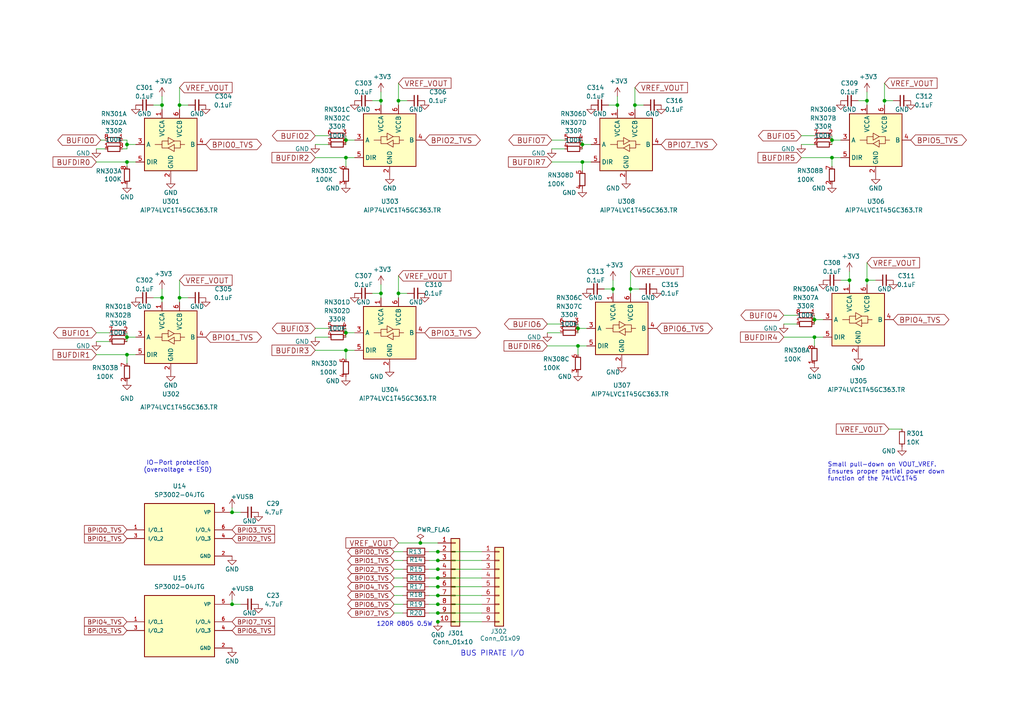
<source format=kicad_sch>
(kicad_sch (version 20231120) (generator "eeschema") (generator_version "8.0")
  (paper "A4")
  (junction (at 167.64 100.33))
  (junction (at 251.46 81.28))
  (junction (at 100.33 40.64))
  (junction (at 67.31 175.26))
  (junction (at 52.07 30.48))
  (junction (at 115.57 29.21))
  (junction (at 36.83 41.91))
  (junction (at 127 167.64))
  (junction (at 52.07 86.36))
  (junction (at 115.57 85.09))
  (junction (at 246.38 81.28))
  (junction (at 127 172.72))
  (junction (at 46.99 30.48))
  (junction (at 127 177.8))
  (junction (at 36.83 46.99))
  (junction (at 127 160.02))
  (junction (at 100.33 96.52))
  (junction (at 127 162.56))
  (junction (at 168.91 41.91))
  (junction (at 241.3 40.64))
  (junction (at 127 180.34))
  (junction (at 36.83 102.87))
  (junction (at 236.22 97.79))
  (junction (at 179.07 30.48))
  (junction (at 182.88 83.82))
  (junction (at 127 170.18))
  (junction (at 168.91 46.99))
  (junction (at 36.83 97.79))
  (junction (at 110.49 85.09))
  (junction (at 241.3 45.72))
  (junction (at 167.64 95.25))
  (junction (at 110.49 29.21))
  (junction (at 184.15 30.48))
  (junction (at 67.31 148.59))
  (junction (at 121.92 157.48))
  (junction (at 236.22 92.71))
  (junction (at 256.54 29.21))
  (junction (at 100.33 101.6))
  (junction (at 46.99 86.36))
  (junction (at 177.8 83.82))
  (junction (at 251.46 29.21))
  (junction (at 127 175.26))
  (junction (at 127 165.1))
  (junction (at 100.33 45.72))
  (wire (pts (xy 236.22 41.91) (xy 232.41 41.91)))
  (wire (pts (xy 110.49 30.48) (xy 110.49 29.21)))
  (wire (pts (xy 259.08 29.21) (xy 256.54 29.21)))
  (wire (pts (xy 127 177.8) (xy 139.7 177.8)))
  (wire (pts (xy 39.37 97.79) (xy 36.83 97.79)))
  (wire (pts (xy 114.3 177.8) (xy 116.84 177.8)))
  (wire (pts (xy 52.07 81.28) (xy 52.07 86.36)))
  (wire (pts (xy 139.7 160.02) (xy 127 160.02)))
  (wire (pts (xy 36.83 102.87) (xy 27.94 102.87)))
  (wire (pts (xy 241.3 45.72) (xy 241.3 48.26)))
  (wire (pts (xy 176.53 30.48) (xy 179.07 30.48)))
  (wire (pts (xy 36.83 99.06) (xy 36.83 97.79)))
  (wire (pts (xy 170.18 100.33) (xy 167.64 100.33)))
  (wire (pts (xy 236.22 92.71) (xy 236.22 91.44)))
  (wire (pts (xy 163.83 40.64) (xy 160.02 40.64)))
  (wire (pts (xy 124.46 170.18) (xy 127 170.18)))
  (wire (pts (xy 162.56 96.52) (xy 158.75 96.52)))
  (wire (pts (xy 100.33 45.72) (xy 100.33 48.26)))
  (wire (pts (xy 100.33 45.72) (xy 91.44 45.72)))
  (wire (pts (xy 238.76 97.79) (xy 236.22 97.79)))
  (wire (pts (xy 127 172.72) (xy 139.7 172.72)))
  (wire (pts (xy 69.85 175.26) (xy 67.31 175.26)))
  (wire (pts (xy 52.07 31.75) (xy 52.07 30.48)))
  (wire (pts (xy 243.84 81.28) (xy 246.38 81.28)))
  (wire (pts (xy 168.91 46.99) (xy 168.91 49.53)))
  (wire (pts (xy 110.49 29.21) (xy 110.49 26.67)))
  (wire (pts (xy 167.64 100.33) (xy 167.64 102.87)))
  (wire (pts (xy 54.61 30.48) (xy 52.07 30.48)))
  (wire (pts (xy 177.8 83.82) (xy 177.8 81.28)))
  (wire (pts (xy 46.99 31.75) (xy 46.99 30.48)))
  (wire (pts (xy 95.25 95.25) (xy 91.44 95.25)))
  (wire (pts (xy 36.83 97.79) (xy 36.83 96.52)))
  (wire (pts (xy 241.3 41.91) (xy 241.3 40.64)))
  (wire (pts (xy 168.91 46.99) (xy 160.02 46.99)))
  (wire (pts (xy 236.22 39.37) (xy 232.41 39.37)))
  (wire (pts (xy 118.11 85.09) (xy 115.57 85.09)))
  (wire (pts (xy 236.22 93.98) (xy 236.22 92.71)))
  (wire (pts (xy 171.45 46.99) (xy 168.91 46.99)))
  (wire (pts (xy 170.18 95.25) (xy 167.64 95.25)))
  (wire (pts (xy 124.46 167.64) (xy 127 167.64)))
  (wire (pts (xy 36.83 48.26) (xy 36.83 46.99)))
  (wire (pts (xy 114.3 175.26) (xy 116.84 175.26)))
  (wire (pts (xy 115.57 86.36) (xy 115.57 85.09)))
  (wire (pts (xy 175.26 83.82) (xy 177.8 83.82)))
  (wire (pts (xy 114.3 172.72) (xy 116.84 172.72)))
  (wire (pts (xy 114.3 170.18) (xy 116.84 170.18)))
  (wire (pts (xy 231.14 91.44) (xy 227.33 91.44)))
  (wire (pts (xy 67.31 147.32) (xy 67.31 148.59)))
  (wire (pts (xy 54.61 86.36) (xy 52.07 86.36)))
  (wire (pts (xy 115.57 30.48) (xy 115.57 29.21)))
  (wire (pts (xy 246.38 81.28) (xy 246.38 78.74)))
  (wire (pts (xy 115.57 80.01) (xy 115.57 85.09)))
  (wire (pts (xy 124.46 177.8) (xy 127 177.8)))
  (wire (pts (xy 179.07 30.48) (xy 179.07 27.94)))
  (wire (pts (xy 44.45 30.48) (xy 46.99 30.48)))
  (wire (pts (xy 162.56 93.98) (xy 158.75 93.98)))
  (wire (pts (xy 36.83 43.18) (xy 35.56 43.18)))
  (wire (pts (xy 243.84 40.64) (xy 241.3 40.64)))
  (wire (pts (xy 124.46 172.72) (xy 127 172.72)))
  (wire (pts (xy 100.33 101.6) (xy 91.44 101.6)))
  (wire (pts (xy 31.75 96.52) (xy 27.94 96.52)))
  (wire (pts (xy 243.84 45.72) (xy 241.3 45.72)))
  (wire (pts (xy 257.81 124.46) (xy 261.62 124.46)))
  (wire (pts (xy 102.87 40.64) (xy 100.33 40.64)))
  (wire (pts (xy 46.99 87.63) (xy 46.99 86.36)))
  (wire (pts (xy 39.37 102.87) (xy 36.83 102.87)))
  (wire (pts (xy 177.8 85.09) (xy 177.8 83.82)))
  (wire (pts (xy 118.11 29.21) (xy 115.57 29.21)))
  (wire (pts (xy 67.31 173.99) (xy 67.31 175.26)))
  (wire (pts (xy 95.25 39.37) (xy 91.44 39.37)))
  (wire (pts (xy 110.49 86.36) (xy 110.49 85.09)))
  (wire (pts (xy 171.45 41.91) (xy 168.91 41.91)))
  (wire (pts (xy 179.07 31.75) (xy 179.07 30.48)))
  (wire (pts (xy 115.57 24.13) (xy 115.57 29.21)))
  (wire (pts (xy 115.57 157.48) (xy 121.92 157.48)))
  (wire (pts (xy 231.14 93.98) (xy 227.33 93.98)))
  (wire (pts (xy 27.94 46.99) (xy 36.83 46.99)))
  (wire (pts (xy 30.48 40.64) (xy 29.21 40.64)))
  (wire (pts (xy 95.25 97.79) (xy 91.44 97.79)))
  (wire (pts (xy 114.3 167.64) (xy 116.84 167.64)))
  (wire (pts (xy 127 180.34) (xy 139.7 180.34)))
  (wire (pts (xy 168.91 41.91) (xy 168.91 40.64)))
  (wire (pts (xy 241.3 45.72) (xy 232.41 45.72)))
  (wire (pts (xy 124.46 160.02) (xy 127 160.02)))
  (wire (pts (xy 251.46 30.48) (xy 251.46 29.21)))
  (wire (pts (xy 114.3 162.56) (xy 116.84 162.56)))
  (wire (pts (xy 107.95 85.09) (xy 110.49 85.09)))
  (wire (pts (xy 100.33 41.91) (xy 100.33 40.64)))
  (wire (pts (xy 36.83 40.64) (xy 35.56 40.64)))
  (wire (pts (xy 102.87 45.72) (xy 100.33 45.72)))
  (wire (pts (xy 163.83 43.18) (xy 160.02 43.18)))
  (wire (pts (xy 127 167.64) (xy 139.7 167.64)))
  (wire (pts (xy 27.94 43.18) (xy 30.48 43.18)))
  (wire (pts (xy 100.33 40.64) (xy 100.33 39.37)))
  (wire (pts (xy 238.76 92.71) (xy 236.22 92.71)))
  (wire (pts (xy 254 81.28) (xy 251.46 81.28)))
  (wire (pts (xy 251.46 29.21) (xy 251.46 26.67)))
  (wire (pts (xy 114.3 165.1) (xy 116.84 165.1)))
  (wire (pts (xy 127 165.1) (xy 139.7 165.1)))
  (wire (pts (xy 124.46 165.1) (xy 127 165.1)))
  (wire (pts (xy 100.33 96.52) (xy 100.33 95.25)))
  (wire (pts (xy 31.75 99.06) (xy 27.94 99.06)))
  (wire (pts (xy 167.64 96.52) (xy 167.64 95.25)))
  (wire (pts (xy 168.91 43.18) (xy 168.91 41.91)))
  (wire (pts (xy 52.07 87.63) (xy 52.07 86.36)))
  (wire (pts (xy 256.54 24.13) (xy 256.54 29.21)))
  (wire (pts (xy 182.88 78.74) (xy 182.88 83.82)))
  (wire (pts (xy 185.42 83.82) (xy 182.88 83.82)))
  (wire (pts (xy 52.07 25.4) (xy 52.07 30.48)))
  (wire (pts (xy 167.64 100.33) (xy 158.75 100.33)))
  (wire (pts (xy 46.99 86.36) (xy 46.99 83.82)))
  (wire (pts (xy 36.83 102.87) (xy 36.83 105.41)))
  (wire (pts (xy 246.38 82.55) (xy 246.38 81.28)))
  (wire (pts (xy 236.22 97.79) (xy 227.33 97.79)))
  (wire (pts (xy 36.83 43.18) (xy 36.83 41.91)))
  (wire (pts (xy 236.22 97.79) (xy 236.22 100.33)))
  (wire (pts (xy 46.99 30.48) (xy 46.99 27.94)))
  (wire (pts (xy 124.46 162.56) (xy 127 162.56)))
  (wire (pts (xy 100.33 101.6) (xy 100.33 104.14)))
  (wire (pts (xy 251.46 76.2) (xy 251.46 81.28)))
  (wire (pts (xy 95.25 41.91) (xy 91.44 41.91)))
  (wire (pts (xy 102.87 96.52) (xy 100.33 96.52)))
  (wire (pts (xy 241.3 40.64) (xy 241.3 39.37)))
  (wire (pts (xy 36.83 41.91) (xy 36.83 40.64)))
  (wire (pts (xy 121.92 157.48) (xy 127 157.48)))
  (wire (pts (xy 44.45 86.36) (xy 46.99 86.36)))
  (wire (pts (xy 100.33 97.79) (xy 100.33 96.52)))
  (wire (pts (xy 114.3 160.02) (xy 116.84 160.02)))
  (wire (pts (xy 167.64 95.25) (xy 167.64 93.98)))
  (wire (pts (xy 127 170.18) (xy 139.7 170.18)))
  (wire (pts (xy 186.69 30.48) (xy 184.15 30.48)))
  (wire (pts (xy 184.15 25.4) (xy 184.15 30.48)))
  (wire (pts (xy 124.46 175.26) (xy 127 175.26)))
  (wire (pts (xy 127 175.26) (xy 139.7 175.26)))
  (wire (pts (xy 127 162.56) (xy 139.7 162.56)))
  (wire (pts (xy 107.95 29.21) (xy 110.49 29.21)))
  (wire (pts (xy 248.92 29.21) (xy 251.46 29.21)))
  (wire (pts (xy 69.85 148.59) (xy 67.31 148.59)))
  (wire (pts (xy 184.15 31.75) (xy 184.15 30.48)))
  (wire (pts (xy 102.87 101.6) (xy 100.33 101.6)))
  (wire (pts (xy 256.54 30.48) (xy 256.54 29.21)))
  (wire (pts (xy 36.83 46.99) (xy 39.37 46.99)))
  (wire (pts (xy 182.88 85.09) (xy 182.88 83.82)))
  (wire (pts (xy 39.37 41.91) (xy 36.83 41.91)))
  (wire (pts (xy 251.46 82.55) (xy 251.46 81.28)))
  (wire (pts (xy 110.49 85.09) (xy 110.49 82.55)))
  (text "120R 0805 0.5W" (at 117.348 181.102 0) (effects (font (size 1.27 1.27))))
  (text "Small pull-down on VOUT_VREF.\nEnsures proper partial power down \nfunction of the 74LVC1T45" (at 240.03 139.7 0) (effects (font (size 1.27 1.27)) (justify left bottom)))
  (text "BUS PIRATE I/O" (at 152.146 190.5 0) (effects (font (size 1.524 1.524)) (justify right bottom)))
  (text "IO-Port protection\n(overvoltage + ESD)" (at 51.562 135.382 0) (effects (font (size 1.27 1.27))))
  (global_label "BPIO2_TVS" (shape bidirectional) (at 123.19 40.64 0) (effects (font (size 1.524 1.524))) (property "Intersheetrefs" "${INTERSHEET_REFS}" (effects (hide yes))))
  (global_label "BPIO0_TVS" (shape bidirectional) (at 59.69 41.91 0) (effects (font (size 1.524 1.524))) (property "Intersheetrefs" "${INTERSHEET_REFS}" (effects (hide yes))))
  (global_label "BPIO7_TVS" (shape bidirectional) (at 191.77 41.91 0) (effects (font (size 1.524 1.524))) (property "Intersheetrefs" "${INTERSHEET_REFS}" (effects (hide yes))))
  (global_label "BUFDIR0" (shape input) (at 27.94 46.99 180) (effects (font (size 1.524 1.524))) (property "Intersheetrefs" "${INTERSHEET_REFS}" (effects (hide yes))))
  (global_label "BUFIO5" (shape bidirectional) (at 232.41 39.37 180) (effects (font (size 1.524 1.524))) (property "Intersheetrefs" "${INTERSHEET_REFS}" (effects (hide yes))))
  (global_label "BUFIO3" (shape bidirectional) (at 91.44 95.25 180) (effects (font (size 1.524 1.524))) (property "Intersheetrefs" "${INTERSHEET_REFS}" (effects (hide yes))))
  (global_label "VREF_VOUT" (shape input) (at 115.57 157.48 180) (effects (font (size 1.524 1.524))) (property "Intersheetrefs" "${INTERSHEET_REFS}" (effects (hide yes))))
  (global_label "BUFDIR4" (shape input) (at 227.33 97.79 180) (effects (font (size 1.524 1.524))) (property "Intersheetrefs" "${INTERSHEET_REFS}" (effects (hide yes))))
  (global_label "BUFIO0" (shape bidirectional) (at 29.21 40.64 180) (effects (font (size 1.524 1.524))) (property "Intersheetrefs" "${INTERSHEET_REFS}" (effects (hide yes))))
  (global_label "BPIO7_TVS" (shape input) (at 67.31 180.34 0) (property "Intersheetrefs" "${INTERSHEET_REFS}" (effects (hide yes))))
  (global_label "VREF_VOUT" (shape input) (at 115.57 80.01 0) (effects (font (size 1.524 1.524))) (property "Intersheetrefs" "${INTERSHEET_REFS}" (effects (hide yes))))
  (global_label "BPIO3_TVS" (shape input) (at 67.31 153.67 0) (property "Intersheetrefs" "${INTERSHEET_REFS}" (effects (hide yes))))
  (global_label "BUFIO2" (shape bidirectional) (at 91.44 39.37 180) (effects (font (size 1.524 1.524))) (property "Intersheetrefs" "${INTERSHEET_REFS}" (effects (hide yes))))
  (global_label "BUFDIR3" (shape input) (at 91.44 101.6 180) (effects (font (size 1.524 1.524))) (property "Intersheetrefs" "${INTERSHEET_REFS}" (effects (hide yes))))
  (global_label "BPIO5_TVS" (shape input) (at 36.83 182.88 180) (property "Intersheetrefs" "${INTERSHEET_REFS}" (effects (hide yes))))
  (global_label "BUFIO4" (shape bidirectional) (at 227.33 91.44 180) (effects (font (size 1.524 1.524))) (property "Intersheetrefs" "${INTERSHEET_REFS}" (effects (hide yes))))
  (global_label "BPIO5_TVS" (shape bidirectional) (at 264.16 40.64 0) (effects (font (size 1.524 1.524))) (property "Intersheetrefs" "${INTERSHEET_REFS}" (effects (hide yes))))
  (global_label "BUFDIR2" (shape input) (at 91.44 45.72 180) (effects (font (size 1.524 1.524))) (property "Intersheetrefs" "${INTERSHEET_REFS}" (effects (hide yes))))
  (global_label "BPIO6_TVS" (shape input) (at 67.31 182.88 0) (property "Intersheetrefs" "${INTERSHEET_REFS}" (effects (hide yes))))
  (global_label "BPIO1_TVS" (shape bidirectional) (at 59.69 97.79 0) (effects (font (size 1.524 1.524))) (property "Intersheetrefs" "${INTERSHEET_REFS}" (effects (hide yes))))
  (global_label "BPIO1_TVS" (shape bidirectional) (at 114.3 162.56 180) (property "Intersheetrefs" "${INTERSHEET_REFS}" (effects (hide yes))))
  (global_label "VREF_VOUT" (shape input) (at 52.07 25.4 0) (effects (font (size 1.524 1.524))) (property "Intersheetrefs" "${INTERSHEET_REFS}" (effects (hide yes))))
  (global_label "BPIO4_TVS" (shape input) (at 36.83 180.34 180) (property "Intersheetrefs" "${INTERSHEET_REFS}" (effects (hide yes))))
  (global_label "VREF_VOUT" (shape input) (at 115.57 24.13 0) (effects (font (size 1.524 1.524))) (property "Intersheetrefs" "${INTERSHEET_REFS}" (effects (hide yes))))
  (global_label "BPIO4_TVS" (shape bidirectional) (at 114.3 170.18 180) (property "Intersheetrefs" "${INTERSHEET_REFS}" (effects (hide yes))))
  (global_label "BPIO4_TVS" (shape bidirectional) (at 259.08 92.71 0) (effects (font (size 1.524 1.524))) (property "Intersheetrefs" "${INTERSHEET_REFS}" (effects (hide yes))))
  (global_label "VREF_VOUT" (shape input) (at 257.81 124.46 180) (effects (font (size 1.524 1.524))) (property "Intersheetrefs" "${INTERSHEET_REFS}" (effects (hide yes))))
  (global_label "BPIO6_TVS" (shape bidirectional) (at 114.3 175.26 180) (property "Intersheetrefs" "${INTERSHEET_REFS}" (effects (hide yes))))
  (global_label "VREF_VOUT" (shape input) (at 184.15 25.4 0) (effects (font (size 1.524 1.524))) (property "Intersheetrefs" "${INTERSHEET_REFS}" (effects (hide yes))))
  (global_label "BPIO1_TVS" (shape input) (at 36.83 156.21 180) (property "Intersheetrefs" "${INTERSHEET_REFS}" (effects (hide yes))))
  (global_label "VREF_VOUT" (shape input) (at 182.88 78.74 0) (effects (font (size 1.524 1.524))) (property "Intersheetrefs" "${INTERSHEET_REFS}" (effects (hide yes))))
  (global_label "BPIO6_TVS" (shape bidirectional) (at 190.5 95.25 0) (effects (font (size 1.524 1.524))) (property "Intersheetrefs" "${INTERSHEET_REFS}" (effects (hide yes))))
  (global_label "BPIO3_TVS" (shape bidirectional) (at 123.19 96.52 0) (effects (font (size 1.524 1.524))) (property "Intersheetrefs" "${INTERSHEET_REFS}" (effects (hide yes))))
  (global_label "BUFIO1" (shape bidirectional) (at 27.94 96.52 180) (effects (font (size 1.524 1.524))) (property "Intersheetrefs" "${INTERSHEET_REFS}" (effects (hide yes))))
  (global_label "BUFDIR5" (shape input) (at 232.41 45.72 180) (effects (font (size 1.524 1.524))) (property "Intersheetrefs" "${INTERSHEET_REFS}" (effects (hide yes))))
  (global_label "VREF_VOUT" (shape input) (at 256.54 24.13 0) (effects (font (size 1.524 1.524))) (property "Intersheetrefs" "${INTERSHEET_REFS}" (effects (hide yes))))
  (global_label "BUFIO7" (shape bidirectional) (at 160.02 40.64 180) (effects (font (size 1.524 1.524))) (property "Intersheetrefs" "${INTERSHEET_REFS}" (effects (hide yes))))
  (global_label "VREF_VOUT" (shape input) (at 52.07 81.28 0) (effects (font (size 1.524 1.524))) (property "Intersheetrefs" "${INTERSHEET_REFS}" (effects (hide yes))))
  (global_label "BPIO3_TVS" (shape bidirectional) (at 114.3 167.64 180) (property "Intersheetrefs" "${INTERSHEET_REFS}" (effects (hide yes))))
  (global_label "BUFDIR1" (shape input) (at 27.94 102.87 180) (effects (font (size 1.524 1.524))) (property "Intersheetrefs" "${INTERSHEET_REFS}" (effects (hide yes))))
  (global_label "BUFDIR6" (shape input) (at 158.75 100.33 180) (effects (font (size 1.524 1.524))) (property "Intersheetrefs" "${INTERSHEET_REFS}" (effects (hide yes))))
  (global_label "VREF_VOUT" (shape input) (at 251.46 76.2 0) (effects (font (size 1.524 1.524))) (property "Intersheetrefs" "${INTERSHEET_REFS}" (effects (hide yes))))
  (global_label "BPIO7_TVS" (shape bidirectional) (at 114.3 177.8 180) (property "Intersheetrefs" "${INTERSHEET_REFS}" (effects (hide yes))))
  (global_label "BPIO2_TVS" (shape input) (at 67.31 156.21 0) (property "Intersheetrefs" "${INTERSHEET_REFS}" (effects (hide yes))))
  (global_label "BUFIO6" (shape bidirectional) (at 158.75 93.98 180) (effects (font (size 1.524 1.524))) (property "Intersheetrefs" "${INTERSHEET_REFS}" (effects (hide yes))))
  (global_label "BPIO0_TVS" (shape bidirectional) (at 114.3 160.02 180) (property "Intersheetrefs" "${INTERSHEET_REFS}" (effects (hide yes))))
  (global_label "BPIO2_TVS" (shape bidirectional) (at 114.3 165.1 180) (property "Intersheetrefs" "${INTERSHEET_REFS}" (effects (hide yes))))
  (global_label "BPIO5_TVS" (shape bidirectional) (at 114.3 172.72 180) (property "Intersheetrefs" "${INTERSHEET_REFS}" (effects (hide yes))))
  (global_label "BPIO0_TVS" (shape input) (at 36.83 153.67 180) (property "Intersheetrefs" "${INTERSHEET_REFS}" (effects (hide yes))))
  (global_label "BUFDIR7" (shape input) (at 160.02 46.99 180) (effects (font (size 1.524 1.524))) (property "Intersheetrefs" "${INTERSHEET_REFS}" (effects (hide yes))))
  (symbol (lib_id "power:+3V3") (at 46.99 27.94 0) (unit 1)
    (property "Reference" "#PWR0310" (effects (hide yes)))
    (property "Value" "+3V3" (at 47.371 23.5458 0))
  )
  (symbol (lib_id "Device:C_Small") (at 57.15 30.48 90) (unit 1)
    (property "Reference" "C304" (at 64.77 27.94 90))
    (property "Value" "0.1uF" (at 64.77 30.48 90))
    (property "Footprint" "Capacitor_SMD:C_0402_1005Metric" (effects (hide yes)))
    (property "RMB" "0.00628" (effects (hide yes)))
    (property "Supplier" "https://item.szlcsc.com/1877.html" (effects (hide yes)))
  )
  (symbol (lib_id "power:GND") (at 39.37 30.48 0) (unit 1)
    (property "Reference" "#PWR0307" (effects (hide yes)))
    (property "Value" "GND" (at 41.91 33.02 0))
  )
  (symbol (lib_id "power:GND") (at 59.69 30.48 0) (unit 1)
    (property "Reference" "#PWR0316" (effects (hide yes)))
    (property "Value" "GND" (at 57.15 33.02 0))
  )
  (symbol (lib_id "power:GND") (at 49.53 52.07 0) (unit 1)
    (property "Reference" "#PWR0313" (effects (hide yes)))
    (property "Value" "GND" (at 49.53 55.88 0))
  )
  (symbol (lib_id "power:GND") (at 27.94 43.18 0) (unit 1)
    (property "Reference" "#PWR0301" (effects (hide yes)))
    (property "Value" "GND" (at 24.13 44.45 0))
  )
  (symbol (lib_id "power:GND") (at 36.83 53.34 0) (unit 1)
    (property "Reference" "#PWR0304" (effects (hide yes)))
    (property "Value" "GND" (at 36.83 57.15 0))
  )
  (symbol (lib_id "Device:C_Small") (at 41.91 86.36 90) (unit 1)
    (property "Reference" "C302" (at 41.91 81.28 90))
    (property "Value" "0.1uF" (at 41.91 83.82 90))
    (property "Footprint" "Capacitor_SMD:C_0402_1005Metric" (effects (hide yes)))
    (property "RMB" "0.00628" (effects (hide yes)))
    (property "Supplier" "https://item.szlcsc.com/1877.html" (effects (hide yes)))
  )
  (symbol (lib_id "Logic_LevelTranslator:SN74LVC1T45DCK") (at 49.53 97.79 0) (unit 1)
    (property "Reference" "U302" (at 46.99 114.3 0) (effects (justify left)))
    (property "Value" "AiP74LVC1T45GC363.TR" (at 40.64 118.11 0) (effects (justify left)))
    (property "Footprint" "Package_TO_SOT_SMD:SOT-363_SC-70-6" (effects (hide yes)))
    (property "Datasheet" "http://www.ti.com/lit/ds/symlink/sn74lvc1t45.pdf" (effects (hide yes)))
    (property "RMB" "1.33" (effects (hide yes)))
    (property "Supplier" "https://item.szlcsc.com/9911.html" (effects (hide yes)))
  )
  (symbol (lib_id "power:+3V3") (at 46.99 83.82 0) (unit 1)
    (property "Reference" "#PWR0311" (effects (hide yes)))
    (property "Value" "+3V3" (at 47.371 79.4258 0))
  )
  (symbol (lib_id "Device:C_Small") (at 57.15 86.36 90) (unit 1)
    (property "Reference" "C305" (at 64.77 83.82 90))
    (property "Value" "0.1uF" (at 64.77 86.36 90))
    (property "Footprint" "Capacitor_SMD:C_0402_1005Metric" (effects (hide yes)))
    (property "RMB" "0.00628" (effects (hide yes)))
    (property "Supplier" "https://item.szlcsc.com/1877.html" (effects (hide yes)))
  )
  (symbol (lib_id "power:GND") (at 39.37 86.36 0) (unit 1)
    (property "Reference" "#PWR0308" (effects (hide yes)))
    (property "Value" "GND" (at 41.91 88.9 0))
  )
  (symbol (lib_id "power:GND") (at 59.69 86.36 0) (unit 1)
    (property "Reference" "#PWR0318" (effects (hide yes)))
    (property "Value" "GND" (at 57.15 88.9 0))
  )
  (symbol (lib_id "power:GND") (at 49.53 107.95 0) (unit 1)
    (property "Reference" "#PWR0314" (effects (hide yes)))
    (property "Value" "GND" (at 49.53 111.76 0))
  )
  (symbol (lib_id "power:GND") (at 27.94 99.06 0) (unit 1)
    (property "Reference" "#PWR0302" (effects (hide yes)))
    (property "Value" "GND" (at 24.13 100.33 0))
  )
  (symbol (lib_id "power:GND") (at 36.83 110.49 0) (unit 1)
    (property "Reference" "#PWR0305" (effects (hide yes)))
    (property "Value" "GND" (at 36.83 115.57 0))
  )
  (symbol (lib_id "Device:C_Small") (at 105.41 29.21 90) (unit 1)
    (property "Reference" "C303" (at 105.41 24.13 90))
    (property "Value" "0.1uF" (at 105.41 26.67 90))
    (property "Footprint" "Capacitor_SMD:C_0402_1005Metric" (effects (hide yes)))
    (property "RMB" "0.00628" (effects (hide yes)))
    (property "Supplier" "https://item.szlcsc.com/1877.html" (effects (hide yes)))
  )
  (symbol (lib_id "Logic_LevelTranslator:SN74LVC1T45DCK") (at 113.03 40.64 0) (unit 1)
    (property "Reference" "U303" (at 110.49 58.42 0) (effects (justify left)))
    (property "Value" "AiP74LVC1T45GC363.TR" (at 105.41 60.96 0) (effects (justify left)))
    (property "Footprint" "Package_TO_SOT_SMD:SOT-363_SC-70-6" (effects (hide yes)))
    (property "Datasheet" "http://www.ti.com/lit/ds/symlink/sn74lvc1t45.pdf" (effects (hide yes)))
    (property "RMB" "1.33" (effects (hide yes)))
    (property "Supplier" "https://item.szlcsc.com/9911.html" (effects (hide yes)))
  )
  (symbol (lib_id "power:+3V3") (at 110.49 26.67 0) (unit 1)
    (property "Reference" "#PWR0312" (effects (hide yes)))
    (property "Value" "+3V3" (at 110.871 22.2758 0))
  )
  (symbol (lib_id "Device:C_Small") (at 120.65 29.21 90) (unit 1)
    (property "Reference" "C306" (at 127 26.67 90))
    (property "Value" "0.1uF" (at 127 29.21 90))
    (property "Footprint" "Capacitor_SMD:C_0402_1005Metric" (effects (hide yes)))
    (property "RMB" "0.00628" (effects (hide yes)))
    (property "Supplier" "https://item.szlcsc.com/1877.html" (effects (hide yes)))
  )
  (symbol (lib_id "power:GND") (at 102.87 29.21 0) (unit 1)
    (property "Reference" "#PWR0309" (effects (hide yes)))
    (property "Value" "GND" (at 105.41 31.75 0))
  )
  (symbol (lib_id "power:GND") (at 123.19 29.21 0) (unit 1)
    (property "Reference" "#PWR0320" (effects (hide yes)))
    (property "Value" "GND" (at 120.65 31.75 0))
  )
  (symbol (lib_id "power:GND") (at 113.03 50.8 0) (unit 1)
    (property "Reference" "#PWR0315" (effects (hide yes)))
    (property "Value" "GND" (at 113.03 54.61 0))
  )
  (symbol (lib_id "power:GND") (at 91.44 41.91 0) (unit 1)
    (property "Reference" "#PWR0303" (effects (hide yes)))
    (property "Value" "GND" (at 87.63 43.18 0))
  )
  (symbol (lib_id "power:GND") (at 100.33 53.34 0) (unit 1)
    (property "Reference" "#PWR0306" (effects (hide yes)))
    (property "Value" "GND" (at 96.52 54.61 0))
  )
  (symbol (lib_id "Device:C_Small") (at 105.41 85.09 90) (unit 1)
    (property "Reference" "C307" (at 105.41 80.01 90))
    (property "Value" "0.1uF" (at 105.41 82.55 90))
    (property "Footprint" "Capacitor_SMD:C_0402_1005Metric" (effects (hide yes)))
    (property "RMB" "0.00628" (effects (hide yes)))
    (property "Supplier" "https://item.szlcsc.com/1877.html" (effects (hide yes)))
  )
  (symbol (lib_id "Logic_LevelTranslator:SN74LVC1T45DCK") (at 113.03 96.52 0) (unit 1)
    (property "Reference" "U304" (at 110.49 113.03 0) (effects (justify left)))
    (property "Value" "AiP74LVC1T45GC363.TR" (at 104.14 115.57 0) (effects (justify left)))
    (property "Footprint" "Package_TO_SOT_SMD:SOT-363_SC-70-6" (effects (hide yes)))
    (property "Datasheet" "http://www.ti.com/lit/ds/symlink/sn74lvc1t45.pdf" (effects (hide yes)))
    (property "RMB" "1.33" (effects (hide yes)))
    (property "Supplier" "https://item.szlcsc.com/9911.html" (effects (hide yes)))
  )
  (symbol (lib_id "power:+3V3") (at 110.49 82.55 0) (unit 1)
    (property "Reference" "#PWR0331" (effects (hide yes)))
    (property "Value" "+3V3" (at 110.871 78.1558 0))
  )
  (symbol (lib_id "Device:C_Small") (at 120.65 85.09 90) (unit 1)
    (property "Reference" "C310" (at 125.73 82.55 90))
    (property "Value" "0.1uF" (at 125.73 85.09 90))
    (property "Footprint" "Capacitor_SMD:C_0402_1005Metric" (effects (hide yes)))
    (property "RMB" "0.00628" (effects (hide yes)))
    (property "Supplier" "https://item.szlcsc.com/1877.html" (effects (hide yes)))
  )
  (symbol (lib_id "power:GND") (at 102.87 85.09 0) (unit 1)
    (property "Reference" "#PWR0327" (effects (hide yes)))
    (property "Value" "GND" (at 105.41 87.63 0))
  )
  (symbol (lib_id "power:GND") (at 123.19 85.09 0) (unit 1)
    (property "Reference" "#PWR0337" (effects (hide yes)))
    (property "Value" "GND" (at 120.65 87.63 0))
  )
  (symbol (lib_id "power:GND") (at 113.03 106.68 0) (unit 1)
    (property "Reference" "#PWR0333" (effects (hide yes)))
    (property "Value" "GND" (at 109.22 109.22 0))
  )
  (symbol (lib_id "power:GND") (at 91.44 97.79 0) (unit 1)
    (property "Reference" "#PWR0322" (effects (hide yes)))
    (property "Value" "GND" (at 87.63 99.06 0))
  )
  (symbol (lib_id "power:GND") (at 100.33 109.22 0) (unit 1)
    (property "Reference" "#PWR0325" (effects (hide yes)))
    (property "Value" "GND" (at 96.52 110.49 0))
  )
  (symbol (lib_id "Device:C_Small") (at 241.3 81.28 90) (unit 1)
    (property "Reference" "C308" (at 241.3 76.2 90))
    (property "Value" "0.1uF" (at 241.3 78.74 90))
    (property "Footprint" "Capacitor_SMD:C_0402_1005Metric" (effects (hide yes)))
    (property "RMB" "0.00628" (effects (hide yes)))
    (property "Supplier" "https://item.szlcsc.com/1877.html" (effects (hide yes)))
  )
  (symbol (lib_id "Logic_LevelTranslator:SN74LVC1T45DCK") (at 248.92 92.71 0) (unit 1)
    (property "Reference" "U305" (at 246.38 110.49 0) (effects (justify left)))
    (property "Value" "AiP74LVC1T45GC363.TR" (at 240.03 113.03 0) (effects (justify left)))
    (property "Footprint" "Package_TO_SOT_SMD:SOT-363_SC-70-6" (effects (hide yes)))
    (property "Datasheet" "http://www.ti.com/lit/ds/symlink/sn74lvc1t45.pdf" (effects (hide yes)))
    (property "RMB" "1.33" (effects (hide yes)))
    (property "Supplier" "https://item.szlcsc.com/9911.html" (effects (hide yes)))
  )
  (symbol (lib_id "power:+3V3") (at 246.38 78.74 0) (unit 1)
    (property "Reference" "#PWR0332" (effects (hide yes)))
    (property "Value" "+3V3" (at 246.761 74.3458 0))
  )
  (symbol (lib_id "Device:C_Small") (at 256.54 81.28 90) (unit 1)
    (property "Reference" "C311" (at 262.89 80.01 90))
    (property "Value" "0.1uF" (at 262.89 82.55 90))
    (property "Footprint" "Capacitor_SMD:C_0402_1005Metric" (effects (hide yes)))
    (property "RMB" "0.00628" (effects (hide yes)))
    (property "Supplier" "https://item.szlcsc.com/1877.html" (effects (hide yes)))
  )
  (symbol (lib_id "power:GND") (at 238.76 81.28 0) (unit 1)
    (property "Reference" "#PWR0329" (effects (hide yes)))
    (property "Value" "GND" (at 241.3 83.82 0))
  )
  (symbol (lib_id "power:GND") (at 259.08 81.28 0) (unit 1)
    (property "Reference" "#PWR0339" (effects (hide yes)))
    (property "Value" "GND" (at 256.54 83.82 0))
  )
  (symbol (lib_id "power:GND") (at 248.92 102.87 0) (unit 1)
    (property "Reference" "#PWR0335" (effects (hide yes)))
    (property "Value" "GND" (at 248.92 106.68 0))
  )
  (symbol (lib_id "power:GND") (at 227.33 93.98 0) (unit 1)
    (property "Reference" "#PWR0323" (effects (hide yes)))
    (property "Value" "GND" (at 223.52 95.25 0))
  )
  (symbol (lib_id "power:GND") (at 236.22 105.41 0) (unit 1)
    (property "Reference" "#PWR0326" (effects (hide yes)))
    (property "Value" "GND" (at 236.22 109.22 0))
  )
  (symbol (lib_id "Device:C_Small") (at 246.38 29.21 90) (unit 1)
    (property "Reference" "C309" (at 246.38 24.13 90))
    (property "Value" "0.1uF" (at 246.38 26.67 90))
    (property "Footprint" "Capacitor_SMD:C_0402_1005Metric" (effects (hide yes)))
    (property "RMB" "0.00628" (effects (hide yes)))
    (property "Supplier" "https://item.szlcsc.com/1877.html" (effects (hide yes)))
  )
  (symbol (lib_id "Logic_LevelTranslator:SN74LVC1T45DCK") (at 254 40.64 0) (unit 1)
    (property "Reference" "U306" (at 251.46 58.42 0) (effects (justify left)))
    (property "Value" "AiP74LVC1T45GC363.TR" (at 245.11 60.96 0) (effects (justify left)))
    (property "Footprint" "Package_TO_SOT_SMD:SOT-363_SC-70-6" (effects (hide yes)))
    (property "Datasheet" "http://www.ti.com/lit/ds/symlink/sn74lvc1t45.pdf" (effects (hide yes)))
    (property "RMB" "1.33" (effects (hide yes)))
    (property "Supplier" "https://item.szlcsc.com/9911.html" (effects (hide yes)))
  )
  (symbol (lib_id "power:+3V3") (at 251.46 26.67 0) (unit 1)
    (property "Reference" "#PWR0334" (effects (hide yes)))
    (property "Value" "+3V3" (at 251.841 22.2758 0))
  )
  (symbol (lib_id "Device:C_Small") (at 261.62 29.21 90) (unit 1)
    (property "Reference" "C312" (at 267.97 27.94 90))
    (property "Value" "0.1uF" (at 267.97 30.48 90))
    (property "Footprint" "Capacitor_SMD:C_0402_1005Metric" (effects (hide yes)))
    (property "RMB" "0.00628" (effects (hide yes)))
    (property "Supplier" "https://item.szlcsc.com/1877.html" (effects (hide yes)))
  )
  (symbol (lib_id "power:GND") (at 243.84 29.21 0) (unit 1)
    (property "Reference" "#PWR0330" (effects (hide yes)))
    (property "Value" "GND" (at 246.38 31.75 0))
  )
  (symbol (lib_id "power:GND") (at 264.16 29.21 0) (unit 1)
    (property "Reference" "#PWR0341" (effects (hide yes)))
    (property "Value" "GND" (at 261.62 31.75 0))
  )
  (symbol (lib_id "power:GND") (at 254 50.8 0) (unit 1)
    (property "Reference" "#PWR0336" (effects (hide yes)))
    (property "Value" "GND" (at 254 54.61 0))
  )
  (symbol (lib_id "power:GND") (at 232.41 41.91 0) (unit 1)
    (property "Reference" "#PWR0324" (effects (hide yes)))
    (property "Value" "GND" (at 228.6 43.18 0))
  )
  (symbol (lib_id "power:GND") (at 241.3 53.34 0) (unit 1)
    (property "Reference" "#PWR0328" (effects (hide yes)))
    (property "Value" "GND" (at 237.49 54.61 0))
  )
  (symbol (lib_id "Device:C_Small") (at 172.72 83.82 90) (unit 1)
    (property "Reference" "C313" (at 172.72 78.74 90))
    (property "Value" "0.1uF" (at 172.72 81.28 90))
    (property "Footprint" "Capacitor_SMD:C_0402_1005Metric" (effects (hide yes)))
    (property "RMB" "0.00628" (effects (hide yes)))
    (property "Supplier" "https://item.szlcsc.com/1877.html" (effects (hide yes)))
  )
  (symbol (lib_id "Logic_LevelTranslator:SN74LVC1T45DCK") (at 180.34 95.25 0) (unit 1)
    (property "Reference" "U307" (at 177.8 111.76 0) (effects (justify left)))
    (property "Value" "AiP74LVC1T45GC363.TR" (at 171.45 114.3 0) (effects (justify left)))
    (property "Footprint" "Package_TO_SOT_SMD:SOT-363_SC-70-6" (effects (hide yes)))
    (property "Datasheet" "http://www.ti.com/lit/ds/symlink/sn74lvc1t45.pdf" (effects (hide yes)))
    (property "RMB" "1.33" (effects (hide yes)))
    (property "Supplier" "https://item.szlcsc.com/9911.html" (effects (hide yes)))
  )
  (symbol (lib_id "power:+3V3") (at 177.8 81.28 0) (unit 1)
    (property "Reference" "#PWR0349" (effects (hide yes)))
    (property "Value" "+3V3" (at 178.181 76.8858 0))
  )
  (symbol (lib_id "Device:C_Small") (at 187.96 83.82 90) (unit 1)
    (property "Reference" "C315" (at 194.31 82.55 90))
    (property "Value" "0.1uF" (at 194.31 85.09 90))
    (property "Footprint" "Capacitor_SMD:C_0402_1005Metric" (effects (hide yes)))
    (property "RMB" "0.00628" (effects (hide yes)))
    (property "Supplier" "https://item.szlcsc.com/1877.html" (effects (hide yes)))
  )
  (symbol (lib_id "power:GND") (at 170.18 83.82 0) (unit 1)
    (property "Reference" "#PWR0347" (effects (hide yes)))
    (property "Value" "GND" (at 172.72 86.36 0))
  )
  (symbol (lib_id "power:GND") (at 190.5 83.82 0) (unit 1)
    (property "Reference" "#PWR0354" (effects (hide yes)))
    (property "Value" "GND" (at 187.96 86.36 0))
  )
  (symbol (lib_id "power:GND") (at 180.34 105.41 0) (unit 1)
    (property "Reference" "#PWR0351" (effects (hide yes)))
    (property "Value" "GND" (at 177.8 107.95 0))
  )
  (symbol (lib_id "power:GND") (at 158.75 96.52 0) (unit 1)
    (property "Reference" "#PWR0343" (effects (hide yes)))
    (property "Value" "GND" (at 154.94 97.79 0))
  )
  (symbol (lib_id "power:GND") (at 167.64 107.95 0) (unit 1)
    (property "Reference" "#PWR0345" (effects (hide yes)))
    (property "Value" "GND" (at 163.83 109.22 0))
  )
  (symbol (lib_id "Device:C_Small") (at 173.99 30.48 90) (unit 1)
    (property "Reference" "C314" (at 172.72 25.4 90))
    (property "Value" "0.1uF" (at 172.72 27.94 90))
    (property "Footprint" "Capacitor_SMD:C_0402_1005Metric" (effects (hide yes)))
    (property "RMB" "0.00628" (effects (hide yes)))
    (property "Supplier" "https://item.szlcsc.com/1877.html" (effects (hide yes)))
  )
  (symbol (lib_id "Logic_LevelTranslator:SN74LVC1T45DCK") (at 181.61 41.91 0) (unit 1)
    (property "Reference" "U308" (at 179.07 58.42 0) (effects (justify left)))
    (property "Value" "AiP74LVC1T45GC363.TR" (at 173.99 60.96 0) (effects (justify left)))
    (property "Footprint" "Package_TO_SOT_SMD:SOT-363_SC-70-6" (effects (hide yes)))
    (property "Datasheet" "http://www.ti.com/lit/ds/symlink/sn74lvc1t45.pdf" (effects (hide yes)))
    (property "RMB" "1.33" (effects (hide yes)))
    (property "Supplier" "https://item.szlcsc.com/9911.html" (effects (hide yes)))
  )
  (symbol (lib_id "power:+3V3") (at 179.07 27.94 0) (unit 1)
    (property "Reference" "#PWR0350" (effects (hide yes)))
    (property "Value" "+3V3" (at 179.451 23.5458 0))
  )
  (symbol (lib_id "Device:C_Small") (at 189.23 30.48 90) (unit 1)
    (property "Reference" "C316" (at 195.58 29.21 90))
    (property "Value" "0.1uF" (at 195.58 31.75 90))
    (property "Footprint" "Capacitor_SMD:C_0402_1005Metric" (effects (hide yes)))
    (property "RMB" "0.00628" (effects (hide yes)))
    (property "Supplier" "https://item.szlcsc.com/1877.html" (effects (hide yes)))
  )
  (symbol (lib_id "power:GND") (at 171.45 30.48 0) (unit 1)
    (property "Reference" "#PWR0348" (effects (hide yes)))
    (property "Value" "GND" (at 173.99 33.02 0))
  )
  (symbol (lib_id "power:GND") (at 191.77 30.48 0) (unit 1)
    (property "Reference" "#PWR0356" (effects (hide yes)))
    (property "Value" "GND" (at 189.23 33.02 0))
  )
  (symbol (lib_id "power:GND") (at 181.61 52.07 0) (unit 1)
    (property "Reference" "#PWR0352" (effects (hide yes)))
    (property "Value" "GND" (at 177.8 54.61 0))
  )
  (symbol (lib_id "power:GND") (at 160.02 43.18 0) (unit 1)
    (property "Reference" "#PWR0344" (effects (hide yes)))
    (property "Value" "GND" (at 156.21 44.45 0))
  )
  (symbol (lib_id "power:GND") (at 168.91 54.61 0) (unit 1)
    (property "Reference" "#PWR0346" (effects (hide yes)))
    (property "Value" "GND" (at 165.1 55.88 0))
  )
  (symbol (lib_id "Device:C_Small") (at 41.91 30.48 90) (unit 1)
    (property "Reference" "C301" (at 41.91 25.4 90))
    (property "Value" "0.1uF" (at 41.91 27.94 90))
    (property "Footprint" "Capacitor_SMD:C_0402_1005Metric" (effects (hide yes)))
    (property "RMB" "0.00628" (effects (hide yes)))
    (property "Supplier" "https://item.szlcsc.com/1877.html" (effects (hide yes)))
  )
  (symbol (lib_id "Logic_LevelTranslator:SN74LVC1T45DCK") (at 49.53 41.91 0) (unit 1)
    (property "Reference" "U301" (at 46.99 58.42 0) (effects (justify left)))
    (property "Value" "AiP74LVC1T45GC363.TR" (at 40.64 60.96 0) (effects (justify left)))
    (property "Footprint" "Package_TO_SOT_SMD:SOT-363_SC-70-6" (effects (hide yes)))
    (property "Datasheet" "http://www.ti.com/lit/ds/symlink/sn74lvc1t45.pdf" (effects (hide yes)))
    (property "RMB" "1.33" (effects (hide yes)))
    (property "Supplier" "https://item.szlcsc.com/9911.html" (effects (hide yes)))
  )
  (symbol (lib_id "Connector_Generic:Conn_01x10") (at 132.08 167.64 0) (unit 1)
    (property "Reference" "J301" (at 129.794 183.642 0) (effects (justify left)))
    (property "Value" "Conn_01x10" (at 125.476 186.182 0) (effects (justify left)))
    (property "Footprint" "Connector_PinHeader_2.54mm:PinHeader_1x10_P2.54mm_Vertical" (effects (hide yes)))
  )
  (symbol (lib_id "power:GND") (at 127 180.34 0) (unit 1)
    (property "Reference" "#PWR0353" (effects (hide yes)))
    (property "Value" "GND" (at 127 184.15 0))
  )
  (symbol (lib_id "power:PWR_FLAG") (at 121.92 157.48 0) (unit 1)
    (property "Reference" "#FLG0301" (effects (hide yes)))
    (property "Value" "PWR_FLAG" (at 125.73 153.67 0))
  )
  (symbol (lib_id "dp-rarray:R_Array") (at 33.02 40.64 270) (unit 1)
    (property "Reference" "RN301" (at 33.02 33.02 90))
    (property "Value" "330R" (at 33.02 37.9476 90))
    (property "Footprint" "Resistor_SMD:R_Array_Convex_4x0402" (effects (hide yes)))
    (property "Datasheet" "http://www.vishay.com/docs/31509/csc.pdf" (effects (hide yes)))
    (property "RMB" "0.033552" (effects (hide yes)))
    (property "Supplier" "https://item.szlcsc.com/26241.html" (effects (hide yes)))
  )
  (symbol (lib_id "dp-rarray:R_Array") (at 33.02 43.18 90) (mirror x) (unit 1)
    (property "Reference" "RN302" (at 33.02 35.56 90))
    (property "Value" "100K" (at 33.02 40.4876 90))
    (property "Footprint" "Resistor_SMD:R_Array_Convex_4x0402" (effects (hide yes)))
    (property "Datasheet" "http://www.vishay.com/docs/31509/csc.pdf" (effects (hide yes)))
    (property "RMB" "0.03666" (effects (hide yes)))
    (property "Supplier" "https://item.szlcsc.com/635571.html" (effects (hide yes)))
  )
  (symbol (lib_id "dp-rarray:R_Array") (at 36.83 50.8 0) (mirror x) (unit 1)
    (property "Reference" "RN303" (at 35.306 49.6316 0) (effects (justify right)))
    (property "Value" "100K" (at 35.306 51.943 0) (effects (justify right)))
    (property "Footprint" "Resistor_SMD:R_Array_Convex_4x0402" (effects (hide yes)))
    (property "Datasheet" "http://www.vishay.com/docs/31509/csc.pdf" (effects (hide yes)))
    (property "RMB" "0.020173" (effects (hide yes)))
    (property "Supplier" "https://item.szlcsc.com/728291.html" (effects (hide yes)))
  )
  (symbol (lib_id "dp-rarray:R_Array") (at 34.29 96.52 270) (unit 2)
    (property "Reference" "RN301" (at 34.29 88.9 90))
    (property "Value" "330R" (at 34.29 93.8276 90))
    (property "Footprint" "Resistor_SMD:R_Array_Convex_4x0402" (effects (hide yes)))
    (property "Datasheet" "http://www.vishay.com/docs/31509/csc.pdf" (effects (hide yes)))
    (property "RMB" "0.033552" (effects (hide yes)))
    (property "Supplier" "https://item.szlcsc.com/26241.html" (effects (hide yes)))
  )
  (symbol (lib_id "dp-rarray:R_Array") (at 34.29 99.06 90) (unit 2)
    (property "Reference" "RN302" (at 34.29 91.44 90))
    (property "Value" "100K" (at 34.29 96.52 90))
    (property "Footprint" "Resistor_SMD:R_Array_Convex_4x0402" (effects (hide yes)))
    (property "Datasheet" "http://www.vishay.com/docs/31509/csc.pdf" (effects (hide yes)))
    (property "RMB" "0.03666" (effects (hide yes)))
    (property "Supplier" "https://item.szlcsc.com/635571.html" (effects (hide yes)))
  )
  (symbol (lib_id "dp-rarray:R_Array") (at 36.83 107.95 180) (unit 2)
    (property "Reference" "RN303" (at 26.67 106.68 0) (effects (justify right)))
    (property "Value" "100K" (at 27.94 109.22 0) (effects (justify right)))
    (property "Footprint" "Resistor_SMD:R_Array_Convex_4x0402" (effects (hide yes)))
    (property "Datasheet" "http://www.vishay.com/docs/31509/csc.pdf" (effects (hide yes)))
    (property "RMB" "0.020173" (effects (hide yes)))
    (property "Supplier" "https://item.szlcsc.com/728291.html" (effects (hide yes)))
  )
  (symbol (lib_id "dp-rarray:R_Array") (at 97.79 39.37 270) (unit 3)
    (property "Reference" "RN301" (at 97.79 31.75 90))
    (property "Value" "330R" (at 97.79 36.6776 90))
    (property "Footprint" "Resistor_SMD:R_Array_Convex_4x0402" (effects (hide yes)))
    (property "Datasheet" "http://www.vishay.com/docs/31509/csc.pdf" (effects (hide yes)))
    (property "RMB" "0.033552" (effects (hide yes)))
    (property "Supplier" "https://item.szlcsc.com/26241.html" (effects (hide yes)))
  )
  (symbol (lib_id "dp-rarray:R_Array") (at 97.79 41.91 90) (unit 3)
    (property "Reference" "RN302" (at 97.79 34.29 90))
    (property "Value" "100K" (at 97.79 39.37 90))
    (property "Footprint" "Resistor_SMD:R_Array_Convex_4x0402" (effects (hide yes)))
    (property "Datasheet" "http://www.vishay.com/docs/31509/csc.pdf" (effects (hide yes)))
    (property "RMB" "0.03666" (effects (hide yes)))
    (property "Supplier" "https://item.szlcsc.com/635571.html" (effects (hide yes)))
  )
  (symbol (lib_id "dp-rarray:R_Array") (at 100.33 50.8 180) (unit 3)
    (property "Reference" "RN303" (at 90.17 49.53 0) (effects (justify right)))
    (property "Value" "100K" (at 91.44 52.07 0) (effects (justify right)))
    (property "Footprint" "Resistor_SMD:R_Array_Convex_4x0402" (effects (hide yes)))
    (property "Datasheet" "http://www.vishay.com/docs/31509/csc.pdf" (effects (hide yes)))
    (property "RMB" "0.020173" (effects (hide yes)))
    (property "Supplier" "https://item.szlcsc.com/728291.html" (effects (hide yes)))
  )
  (symbol (lib_id "dp-rarray:R_Array") (at 97.79 95.25 270) (unit 4)
    (property "Reference" "RN301" (at 97.79 87.63 90))
    (property "Value" "330R" (at 97.79 92.5576 90))
    (property "Footprint" "Resistor_SMD:R_Array_Convex_4x0402" (effects (hide yes)))
    (property "Datasheet" "http://www.vishay.com/docs/31509/csc.pdf" (effects (hide yes)))
    (property "RMB" "0.033552" (effects (hide yes)))
    (property "Supplier" "https://item.szlcsc.com/26241.html" (effects (hide yes)))
  )
  (symbol (lib_id "dp-rarray:R_Array") (at 166.37 40.64 270) (unit 4)
    (property "Reference" "RN306" (at 166.37 33.02 90))
    (property "Value" "330R" (at 166.37 37.9476 90))
    (property "Footprint" "Resistor_SMD:R_Array_Convex_4x0402" (effects (hide yes)))
    (property "Datasheet" "http://www.vishay.com/docs/31509/csc.pdf" (effects (hide yes)))
    (property "RMB" "0.033552" (effects (hide yes)))
    (property "Supplier" "https://item.szlcsc.com/26241.html" (effects (hide yes)))
  )
  (symbol (lib_id "dp-rarray:R_Array") (at 97.79 97.79 90) (unit 4)
    (property "Reference" "RN302" (at 97.79 90.17 90))
    (property "Value" "100K" (at 97.79 95.25 90))
    (property "Footprint" "Resistor_SMD:R_Array_Convex_4x0402" (effects (hide yes)))
    (property "Datasheet" "http://www.vishay.com/docs/31509/csc.pdf" (effects (hide yes)))
    (property "RMB" "0.03666" (effects (hide yes)))
    (property "Supplier" "https://item.szlcsc.com/635571.html" (effects (hide yes)))
  )
  (symbol (lib_id "dp-rarray:R_Array") (at 100.33 106.68 180) (unit 4)
    (property "Reference" "RN303" (at 90.17 105.41 0) (effects (justify right)))
    (property "Value" "100K" (at 92.71 107.95 0) (effects (justify right)))
    (property "Footprint" "Resistor_SMD:R_Array_Convex_4x0402" (effects (hide yes)))
    (property "Datasheet" "http://www.vishay.com/docs/31509/csc.pdf" (effects (hide yes)))
    (property "RMB" "0.020173" (effects (hide yes)))
    (property "Supplier" "https://item.szlcsc.com/728291.html" (effects (hide yes)))
  )
  (symbol (lib_id "dp-rarray:R_Array") (at 236.22 102.87 180) (unit 1)
    (property "Reference" "RN308" (at 227.33 101.6 0) (effects (justify right)))
    (property "Value" "100K" (at 227.33 104.14 0) (effects (justify right)))
    (property "Footprint" "Resistor_SMD:R_Array_Convex_4x0402" (effects (hide yes)))
    (property "Datasheet" "http://www.vishay.com/docs/31509/csc.pdf" (effects (hide yes)))
    (property "RMB" "0.020173" (effects (hide yes)))
    (property "Supplier" "https://item.szlcsc.com/728291.html" (effects (hide yes)))
  )
  (symbol (lib_id "dp-rarray:R_Array") (at 166.37 43.18 90) (unit 4)
    (property "Reference" "RN307" (at 166.37 35.56 90))
    (property "Value" "100K" (at 166.37 40.64 90))
    (property "Footprint" "Resistor_SMD:R_Array_Convex_4x0402" (effects (hide yes)))
    (property "Datasheet" "http://www.vishay.com/docs/31509/csc.pdf" (effects (hide yes)))
    (property "RMB" "0.03666" (effects (hide yes)))
    (property "Supplier" "https://item.szlcsc.com/635571.html" (effects (hide yes)))
  )
  (symbol (lib_id "dp-rarray:R_Array") (at 233.68 91.44 270) (unit 1)
    (property "Reference" "RN306" (at 233.68 83.82 90))
    (property "Value" "330R" (at 233.68 88.7476 90))
    (property "Footprint" "Resistor_SMD:R_Array_Convex_4x0402" (effects (hide yes)))
    (property "Datasheet" "http://www.vishay.com/docs/31509/csc.pdf" (effects (hide yes)))
    (property "RMB" "0.033552" (effects (hide yes)))
    (property "Supplier" "https://item.szlcsc.com/26241.html" (effects (hide yes)))
  )
  (symbol (lib_id "dp-rarray:R_Array") (at 233.68 93.98 90) (unit 1)
    (property "Reference" "RN307" (at 233.68 86.36 90))
    (property "Value" "100K" (at 233.68 91.44 90))
    (property "Footprint" "Resistor_SMD:R_Array_Convex_4x0402" (effects (hide yes)))
    (property "Datasheet" "http://www.vishay.com/docs/31509/csc.pdf" (effects (hide yes)))
    (property "RMB" "0.03666" (effects (hide yes)))
    (property "Supplier" "https://item.szlcsc.com/635571.html" (effects (hide yes)))
  )
  (symbol (lib_id "dp-rarray:R_Array") (at 241.3 50.8 180) (unit 2)
    (property "Reference" "RN308" (at 231.14 49.53 0) (effects (justify right)))
    (property "Value" "100K" (at 231.14 52.07 0) (effects (justify right)))
    (property "Footprint" "Resistor_SMD:R_Array_Convex_4x0402" (effects (hide yes)))
    (property "Datasheet" "http://www.vishay.com/docs/31509/csc.pdf" (effects (hide yes)))
    (property "RMB" "0.020173" (effects (hide yes)))
    (property "Supplier" "https://item.szlcsc.com/728291.html" (effects (hide yes)))
  )
  (symbol (lib_id "dp-rarray:R_Array") (at 238.76 39.37 270) (unit 2)
    (property "Reference" "RN306" (at 238.76 31.75 90))
    (property "Value" "330R" (at 238.76 36.6776 90))
    (property "Footprint" "Resistor_SMD:R_Array_Convex_4x0402" (effects (hide yes)))
    (property "Datasheet" "http://www.vishay.com/docs/31509/csc.pdf" (effects (hide yes)))
    (property "RMB" "0.033552" (effects (hide yes)))
    (property "Supplier" "https://item.szlcsc.com/26241.html" (effects (hide yes)))
  )
  (symbol (lib_id "dp-rarray:R_Array") (at 238.76 41.91 90) (unit 2)
    (property "Reference" "RN307" (at 238.76 34.29 90))
    (property "Value" "100K" (at 238.76 39.37 90))
    (property "Footprint" "Resistor_SMD:R_Array_Convex_4x0402" (effects (hide yes)))
    (property "Datasheet" "http://www.vishay.com/docs/31509/csc.pdf" (effects (hide yes)))
    (property "RMB" "0.03666" (effects (hide yes)))
    (property "Supplier" "https://item.szlcsc.com/635571.html" (effects (hide yes)))
  )
  (symbol (lib_id "dp-rarray:R_Array") (at 167.64 105.41 180) (unit 3)
    (property "Reference" "RN308" (at 157.48 104.14 0) (effects (justify right)))
    (property "Value" "100K" (at 157.48 106.68 0) (effects (justify right)))
    (property "Footprint" "Resistor_SMD:R_Array_Convex_4x0402" (effects (hide yes)))
    (property "Datasheet" "http://www.vishay.com/docs/31509/csc.pdf" (effects (hide yes)))
    (property "RMB" "0.020173" (effects (hide yes)))
    (property "Supplier" "https://item.szlcsc.com/728291.html" (effects (hide yes)))
  )
  (symbol (lib_id "dp-rarray:R_Array") (at 165.1 93.98 270) (unit 3)
    (property "Reference" "RN306" (at 165.1 86.36 90))
    (property "Value" "330R" (at 165.1 91.2876 90))
    (property "Footprint" "Resistor_SMD:R_Array_Convex_4x0402" (effects (hide yes)))
    (property "Datasheet" "http://www.vishay.com/docs/31509/csc.pdf" (effects (hide yes)))
    (property "RMB" "0.033552" (effects (hide yes)))
    (property "Supplier" "https://item.szlcsc.com/26241.html" (effects (hide yes)))
  )
  (symbol (lib_id "dp-rarray:R_Array") (at 165.1 96.52 90) (unit 3)
    (property "Reference" "RN307" (at 165.1 88.9 90))
    (property "Value" "100K" (at 165.1 93.98 90))
    (property "Footprint" "Resistor_SMD:R_Array_Convex_4x0402" (effects (hide yes)))
    (property "Datasheet" "http://www.vishay.com/docs/31509/csc.pdf" (effects (hide yes)))
    (property "RMB" "0.03666" (effects (hide yes)))
    (property "Supplier" "https://item.szlcsc.com/635571.html" (effects (hide yes)))
  )
  (symbol (lib_id "dp-rarray:R_Array") (at 168.91 52.07 180) (unit 4)
    (property "Reference" "RN308" (at 158.75 50.8 0) (effects (justify right)))
    (property "Value" "100K" (at 158.75 53.34 0) (effects (justify right)))
    (property "Footprint" "Resistor_SMD:R_Array_Convex_4x0402" (effects (hide yes)))
    (property "Datasheet" "http://www.vishay.com/docs/31509/csc.pdf" (effects (hide yes)))
    (property "RMB" "0.020173" (effects (hide yes)))
    (property "Supplier" "https://item.szlcsc.com/728291.html" (effects (hide yes)))
  )
  (symbol (lib_id "Connector_Generic:Conn_01x09") (at 144.78 170.18 0) (unit 1)
    (property "Reference" "J302" (at 142.24 183.134 0) (effects (justify left)))
    (property "Value" "Conn_01x09" (at 139.192 185.166 0) (effects (justify left)))
    (property "Footprint" "Connector_JST:JST_SH_SM09B-SRSS-TB_1x09-1MP_P1.00mm_Horizontal" (effects (hide yes)))
  )
  (symbol (lib_id "Device:C_Small") (at 72.39 148.59 90) (unit 1)
    (property "Reference" "C29" (at 77.216 146.05 90) (effects (justify right)))
    (property "Value" "4.7uF" (at 76.708 148.59 90) (effects (justify right)))
    (property "Footprint" "Capacitor_SMD:C_0402_1005Metric" (effects (hide yes)))
    (property "RMB" "0.037726" (effects (hide yes)))
    (property "Supplier" "https://item.szlcsc.com/1877.html" (effects (hide yes)))
  )
  (symbol (lib_id "Device:R") (at 120.65 175.26 90) (unit 1)
    (property "Reference" "R19" (at 120.65 175.26 90))
    (property "Value" "120R 0.5W" (effects (hide yes)))
    (property "Footprint" "Resistor_SMD:R_0805_2012Metric_Pad1.20x1.40mm_HandSolder" (effects (hide yes)))
    (property "Description" "Resistor, Thick-Film, 0.5W" (effects (hide yes)))
  )
  (symbol (lib_id "power:GND") (at 67.31 161.29 0) (unit 1)
    (property "Reference" "#PWR0100" (effects (hide yes)))
    (property "Value" "GND" (at 67.31 165.1 0))
  )
  (symbol (lib_id "dp-power:+VUSB") (at 67.31 173.99 0) (unit 1)
    (property "Reference" "#PWR098" (effects (hide yes)))
    (property "Value" "+VUSB" (at 66.929 170.7388 0) (effects (justify left)))
  )
  (symbol (lib_id "Device:R") (at 120.65 160.02 90) (unit 1)
    (property "Reference" "R13" (at 120.396 160.02 90))
    (property "Value" "120R 0.5W" (effects (hide yes)))
    (property "Footprint" "Resistor_SMD:R_0805_2012Metric_Pad1.20x1.40mm_HandSolder" (effects (hide yes)))
    (property "Description" "Resistor, Thick-Film, 0.5W" (effects (hide yes)))
  )
  (symbol (lib_id "Device:R") (at 120.65 170.18 90) (unit 1)
    (property "Reference" "R17" (at 120.65 170.18 90))
    (property "Value" "120R 0.5W" (effects (hide yes)))
    (property "Footprint" "Resistor_SMD:R_0805_2012Metric_Pad1.20x1.40mm_HandSolder" (effects (hide yes)))
    (property "Description" "Resistor, Thick-Film, 0.5W" (effects (hide yes)))
  )
  (symbol (lib_id "IP4220CZ6F:IP4220CZ6F") (at 52.07 180.34 0) (unit 1)
    (property "Reference" "U15" (at 52.07 167.64 0))
    (property "Value" "SP3002-04JTG" (at 52.07 170.18 0))
    (property "Footprint" "Package_TO_SOT_SMD:SOT-363_SC-70-6" (effects (hide yes)))
    (property "Datasheet" "https://www.littelfuse.com/assetdocs/tvs-diode-array-spa-sp3002-datasheet?assetguid=c8b2f2f8-79d8-4a9c-8435-7393b0361abe" (effects (hide yes)))
    (property "MANUFACTURER" "Littelfuse" (effects (hide yes)))
  )
  (symbol (lib_id "Device:C_Small") (at 72.39 175.26 90) (unit 1)
    (property "Reference" "C23" (at 77.216 172.72 90) (effects (justify right)))
    (property "Value" "4.7uF" (at 76.708 175.26 90) (effects (justify right)))
    (property "Footprint" "Capacitor_SMD:C_0402_1005Metric" (effects (hide yes)))
    (property "RMB" "0.037726" (effects (hide yes)))
    (property "Supplier" "https://item.szlcsc.com/1877.html" (effects (hide yes)))
  )
  (symbol (lib_id "IP4220CZ6F:IP4220CZ6F") (at 52.07 153.67 0) (unit 1)
    (property "Reference" "U14" (at 52.07 140.97 0))
    (property "Value" "SP3002-04JTG" (at 52.07 143.51 0))
    (property "Footprint" "Package_TO_SOT_SMD:SOT-363_SC-70-6" (effects (hide yes)))
    (property "Datasheet" "https://www.littelfuse.com/assetdocs/tvs-diode-array-spa-sp3002-datasheet?assetguid=c8b2f2f8-79d8-4a9c-8435-7393b0361abe" (effects (hide yes)))
    (property "MANUFACTURER" "Littelfuse" (effects (hide yes)))
  )
  (symbol (lib_id "power:GND") (at 261.62 129.54 0) (unit 1)
    (property "Reference" "#PWR016" (effects (hide yes)))
    (property "Value" "GND" (at 257.81 130.81 0))
  )
  (symbol (lib_id "Device:R") (at 120.65 167.64 90) (unit 1)
    (property "Reference" "R16" (at 120.65 167.64 90))
    (property "Value" "120R 0.5W" (effects (hide yes)))
    (property "Footprint" "Resistor_SMD:R_0805_2012Metric_Pad1.20x1.40mm_HandSolder" (effects (hide yes)))
    (property "Description" "Resistor, Thick-Film, 0.5W" (effects (hide yes)))
  )
  (symbol (lib_id "power:GND") (at 67.31 187.96 0) (unit 1)
    (property "Reference" "#PWR0101" (effects (hide yes)))
    (property "Value" "GND" (at 67.31 191.77 0))
  )
  (symbol (lib_id "Device:R") (at 120.65 162.56 90) (unit 1)
    (property "Reference" "R14" (at 120.65 162.306 90))
    (property "Value" "120R 0.5W" (effects (hide yes)))
    (property "Footprint" "Resistor_SMD:R_0805_2012Metric_Pad1.20x1.40mm_HandSolder" (effects (hide yes)))
    (property "Description" "Resistor, Thick-Film, 0.5W" (effects (hide yes)))
  )
  (symbol (lib_id "power:GND") (at 74.93 148.59 0) (unit 1)
    (property "Reference" "#PWR015" (effects (hide yes)))
    (property "Value" "GND" (at 72.39 151.13 0))
  )
  (symbol (lib_id "dp-power:+VUSB") (at 67.31 147.32 0) (unit 1)
    (property "Reference" "#PWR099" (effects (hide yes)))
    (property "Value" "+VUSB" (at 66.929 144.0688 0) (effects (justify left)))
  )
  (symbol (lib_id "Device:R") (at 120.65 177.8 90) (unit 1)
    (property "Reference" "R20" (at 120.65 177.8 90))
    (property "Value" "120R 0.5W" (effects (hide yes)))
    (property "Footprint" "Resistor_SMD:R_0805_2012Metric_Pad1.20x1.40mm_HandSolder" (effects (hide yes)))
    (property "Description" "Resistor, Thick-Film, 0.5W" (effects (hide yes)))
  )
  (symbol (lib_id "Device:R") (at 120.65 165.1 90) (unit 1)
    (property "Reference" "R15" (at 120.65 165.1 90))
    (property "Value" "120R 0.5W" (effects (hide yes)))
    (property "Footprint" "Resistor_SMD:R_0805_2012Metric_Pad1.20x1.40mm_HandSolder" (effects (hide yes)))
    (property "Description" "Resistor, Thick-Film, 0.5W" (effects (hide yes)))
  )
  (symbol (lib_id "power:GND") (at 74.93 175.26 0) (unit 1)
    (property "Reference" "#PWR090" (effects (hide yes)))
    (property "Value" "GND" (at 72.39 177.8 0))
  )
  (symbol (lib_id "Device:R_Small") (at 261.62 127 0) (unit 1)
    (property "Reference" "R301" (at 262.89 125.73 0) (effects (justify left)))
    (property "Value" "10K" (at 262.89 128.27 0) (effects (justify left)))
    (property "Footprint" "Resistor_SMD:R_0402_1005Metric" (effects (hide yes)))
    (property "RMB" "0.005749" (effects (hide yes)))
    (property "Supplier" "https://item.szlcsc.com/61543.html" (effects (hide yes)))
    (instances (project "REV0" (path "" (reference "R301") (unit 1)) (path "" (reference "R404") (unit 1))))
  )
  (symbol (lib_id "Device:R") (at 120.65 172.72 90) (unit 1)
    (property "Reference" "R18" (at 120.65 172.466 90))
    (property "Value" "120R 0.5W" (effects (hide yes)))
    (property "Footprint" "Resistor_SMD:R_0805_2012Metric_Pad1.20x1.40mm_HandSolder" (effects (hide yes)))
    (property "Description" "Resistor, Thick-Film, 0.5W" (effects (hide yes)))
  )
)
</source>
